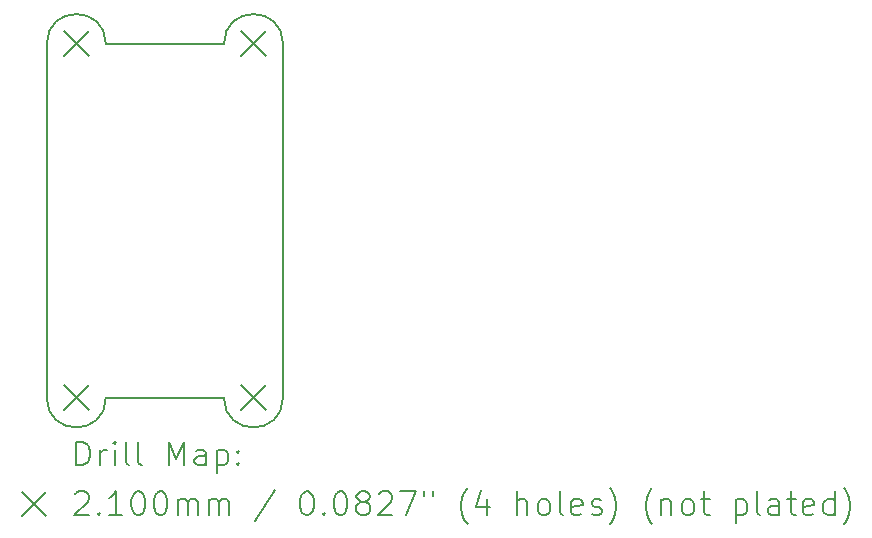
<source format=gbr>
%TF.GenerationSoftware,KiCad,Pcbnew,8.0.0*%
%TF.CreationDate,2024-05-26T00:19:16+03:00*%
%TF.ProjectId,pulsejen,70756c73-656a-4656-9e2e-6b696361645f,rev?*%
%TF.SameCoordinates,Original*%
%TF.FileFunction,Drillmap*%
%TF.FilePolarity,Positive*%
%FSLAX45Y45*%
G04 Gerber Fmt 4.5, Leading zero omitted, Abs format (unit mm)*
G04 Created by KiCad (PCBNEW 8.0.0) date 2024-05-26 00:19:16*
%MOMM*%
%LPD*%
G01*
G04 APERTURE LIST*
%ADD10C,0.200000*%
%ADD11C,0.210000*%
G04 APERTURE END LIST*
D10*
X13500000Y-11000000D02*
G75*
G02*
X13000000Y-11000000I-250000J0D01*
G01*
X15000000Y-11000000D02*
G75*
G02*
X14500000Y-11000000I-250000J0D01*
G01*
X14500000Y-8000000D02*
G75*
G02*
X15000000Y-8000000I250000J0D01*
G01*
X13000000Y-8000000D02*
G75*
G02*
X13500000Y-8000000I250000J0D01*
G01*
X15000000Y-11000000D02*
X15000000Y-8000000D01*
X13000000Y-8000000D02*
X13000000Y-11000000D01*
X14500000Y-8000000D02*
X13500000Y-8000000D01*
X13500000Y-11000000D02*
X14500000Y-11000000D01*
D11*
X13145000Y-7895000D02*
X13355000Y-8105000D01*
X13355000Y-7895000D02*
X13145000Y-8105000D01*
X13145000Y-10895000D02*
X13355000Y-11105000D01*
X13355000Y-10895000D02*
X13145000Y-11105000D01*
X14645000Y-7895000D02*
X14855000Y-8105000D01*
X14855000Y-7895000D02*
X14645000Y-8105000D01*
X14645000Y-10895000D02*
X14855000Y-11105000D01*
X14855000Y-10895000D02*
X14645000Y-11105000D01*
D10*
X13250777Y-11571484D02*
X13250777Y-11371484D01*
X13250777Y-11371484D02*
X13298396Y-11371484D01*
X13298396Y-11371484D02*
X13326967Y-11381008D01*
X13326967Y-11381008D02*
X13346015Y-11400055D01*
X13346015Y-11400055D02*
X13355539Y-11419103D01*
X13355539Y-11419103D02*
X13365062Y-11457198D01*
X13365062Y-11457198D02*
X13365062Y-11485769D01*
X13365062Y-11485769D02*
X13355539Y-11523865D01*
X13355539Y-11523865D02*
X13346015Y-11542912D01*
X13346015Y-11542912D02*
X13326967Y-11561960D01*
X13326967Y-11561960D02*
X13298396Y-11571484D01*
X13298396Y-11571484D02*
X13250777Y-11571484D01*
X13450777Y-11571484D02*
X13450777Y-11438150D01*
X13450777Y-11476246D02*
X13460301Y-11457198D01*
X13460301Y-11457198D02*
X13469824Y-11447674D01*
X13469824Y-11447674D02*
X13488872Y-11438150D01*
X13488872Y-11438150D02*
X13507920Y-11438150D01*
X13574586Y-11571484D02*
X13574586Y-11438150D01*
X13574586Y-11371484D02*
X13565062Y-11381008D01*
X13565062Y-11381008D02*
X13574586Y-11390531D01*
X13574586Y-11390531D02*
X13584110Y-11381008D01*
X13584110Y-11381008D02*
X13574586Y-11371484D01*
X13574586Y-11371484D02*
X13574586Y-11390531D01*
X13698396Y-11571484D02*
X13679348Y-11561960D01*
X13679348Y-11561960D02*
X13669824Y-11542912D01*
X13669824Y-11542912D02*
X13669824Y-11371484D01*
X13803158Y-11571484D02*
X13784110Y-11561960D01*
X13784110Y-11561960D02*
X13774586Y-11542912D01*
X13774586Y-11542912D02*
X13774586Y-11371484D01*
X14031729Y-11571484D02*
X14031729Y-11371484D01*
X14031729Y-11371484D02*
X14098396Y-11514341D01*
X14098396Y-11514341D02*
X14165062Y-11371484D01*
X14165062Y-11371484D02*
X14165062Y-11571484D01*
X14346015Y-11571484D02*
X14346015Y-11466722D01*
X14346015Y-11466722D02*
X14336491Y-11447674D01*
X14336491Y-11447674D02*
X14317443Y-11438150D01*
X14317443Y-11438150D02*
X14279348Y-11438150D01*
X14279348Y-11438150D02*
X14260301Y-11447674D01*
X14346015Y-11561960D02*
X14326967Y-11571484D01*
X14326967Y-11571484D02*
X14279348Y-11571484D01*
X14279348Y-11571484D02*
X14260301Y-11561960D01*
X14260301Y-11561960D02*
X14250777Y-11542912D01*
X14250777Y-11542912D02*
X14250777Y-11523865D01*
X14250777Y-11523865D02*
X14260301Y-11504817D01*
X14260301Y-11504817D02*
X14279348Y-11495293D01*
X14279348Y-11495293D02*
X14326967Y-11495293D01*
X14326967Y-11495293D02*
X14346015Y-11485769D01*
X14441253Y-11438150D02*
X14441253Y-11638150D01*
X14441253Y-11447674D02*
X14460301Y-11438150D01*
X14460301Y-11438150D02*
X14498396Y-11438150D01*
X14498396Y-11438150D02*
X14517443Y-11447674D01*
X14517443Y-11447674D02*
X14526967Y-11457198D01*
X14526967Y-11457198D02*
X14536491Y-11476246D01*
X14536491Y-11476246D02*
X14536491Y-11533388D01*
X14536491Y-11533388D02*
X14526967Y-11552436D01*
X14526967Y-11552436D02*
X14517443Y-11561960D01*
X14517443Y-11561960D02*
X14498396Y-11571484D01*
X14498396Y-11571484D02*
X14460301Y-11571484D01*
X14460301Y-11571484D02*
X14441253Y-11561960D01*
X14622205Y-11552436D02*
X14631729Y-11561960D01*
X14631729Y-11561960D02*
X14622205Y-11571484D01*
X14622205Y-11571484D02*
X14612682Y-11561960D01*
X14612682Y-11561960D02*
X14622205Y-11552436D01*
X14622205Y-11552436D02*
X14622205Y-11571484D01*
X14622205Y-11447674D02*
X14631729Y-11457198D01*
X14631729Y-11457198D02*
X14622205Y-11466722D01*
X14622205Y-11466722D02*
X14612682Y-11457198D01*
X14612682Y-11457198D02*
X14622205Y-11447674D01*
X14622205Y-11447674D02*
X14622205Y-11466722D01*
X12790000Y-11800000D02*
X12990000Y-12000000D01*
X12990000Y-11800000D02*
X12790000Y-12000000D01*
X13241253Y-11810531D02*
X13250777Y-11801008D01*
X13250777Y-11801008D02*
X13269824Y-11791484D01*
X13269824Y-11791484D02*
X13317443Y-11791484D01*
X13317443Y-11791484D02*
X13336491Y-11801008D01*
X13336491Y-11801008D02*
X13346015Y-11810531D01*
X13346015Y-11810531D02*
X13355539Y-11829579D01*
X13355539Y-11829579D02*
X13355539Y-11848627D01*
X13355539Y-11848627D02*
X13346015Y-11877198D01*
X13346015Y-11877198D02*
X13231729Y-11991484D01*
X13231729Y-11991484D02*
X13355539Y-11991484D01*
X13441253Y-11972436D02*
X13450777Y-11981960D01*
X13450777Y-11981960D02*
X13441253Y-11991484D01*
X13441253Y-11991484D02*
X13431729Y-11981960D01*
X13431729Y-11981960D02*
X13441253Y-11972436D01*
X13441253Y-11972436D02*
X13441253Y-11991484D01*
X13641253Y-11991484D02*
X13526967Y-11991484D01*
X13584110Y-11991484D02*
X13584110Y-11791484D01*
X13584110Y-11791484D02*
X13565062Y-11820055D01*
X13565062Y-11820055D02*
X13546015Y-11839103D01*
X13546015Y-11839103D02*
X13526967Y-11848627D01*
X13765062Y-11791484D02*
X13784110Y-11791484D01*
X13784110Y-11791484D02*
X13803158Y-11801008D01*
X13803158Y-11801008D02*
X13812682Y-11810531D01*
X13812682Y-11810531D02*
X13822205Y-11829579D01*
X13822205Y-11829579D02*
X13831729Y-11867674D01*
X13831729Y-11867674D02*
X13831729Y-11915293D01*
X13831729Y-11915293D02*
X13822205Y-11953388D01*
X13822205Y-11953388D02*
X13812682Y-11972436D01*
X13812682Y-11972436D02*
X13803158Y-11981960D01*
X13803158Y-11981960D02*
X13784110Y-11991484D01*
X13784110Y-11991484D02*
X13765062Y-11991484D01*
X13765062Y-11991484D02*
X13746015Y-11981960D01*
X13746015Y-11981960D02*
X13736491Y-11972436D01*
X13736491Y-11972436D02*
X13726967Y-11953388D01*
X13726967Y-11953388D02*
X13717443Y-11915293D01*
X13717443Y-11915293D02*
X13717443Y-11867674D01*
X13717443Y-11867674D02*
X13726967Y-11829579D01*
X13726967Y-11829579D02*
X13736491Y-11810531D01*
X13736491Y-11810531D02*
X13746015Y-11801008D01*
X13746015Y-11801008D02*
X13765062Y-11791484D01*
X13955539Y-11791484D02*
X13974586Y-11791484D01*
X13974586Y-11791484D02*
X13993634Y-11801008D01*
X13993634Y-11801008D02*
X14003158Y-11810531D01*
X14003158Y-11810531D02*
X14012682Y-11829579D01*
X14012682Y-11829579D02*
X14022205Y-11867674D01*
X14022205Y-11867674D02*
X14022205Y-11915293D01*
X14022205Y-11915293D02*
X14012682Y-11953388D01*
X14012682Y-11953388D02*
X14003158Y-11972436D01*
X14003158Y-11972436D02*
X13993634Y-11981960D01*
X13993634Y-11981960D02*
X13974586Y-11991484D01*
X13974586Y-11991484D02*
X13955539Y-11991484D01*
X13955539Y-11991484D02*
X13936491Y-11981960D01*
X13936491Y-11981960D02*
X13926967Y-11972436D01*
X13926967Y-11972436D02*
X13917443Y-11953388D01*
X13917443Y-11953388D02*
X13907920Y-11915293D01*
X13907920Y-11915293D02*
X13907920Y-11867674D01*
X13907920Y-11867674D02*
X13917443Y-11829579D01*
X13917443Y-11829579D02*
X13926967Y-11810531D01*
X13926967Y-11810531D02*
X13936491Y-11801008D01*
X13936491Y-11801008D02*
X13955539Y-11791484D01*
X14107920Y-11991484D02*
X14107920Y-11858150D01*
X14107920Y-11877198D02*
X14117443Y-11867674D01*
X14117443Y-11867674D02*
X14136491Y-11858150D01*
X14136491Y-11858150D02*
X14165063Y-11858150D01*
X14165063Y-11858150D02*
X14184110Y-11867674D01*
X14184110Y-11867674D02*
X14193634Y-11886722D01*
X14193634Y-11886722D02*
X14193634Y-11991484D01*
X14193634Y-11886722D02*
X14203158Y-11867674D01*
X14203158Y-11867674D02*
X14222205Y-11858150D01*
X14222205Y-11858150D02*
X14250777Y-11858150D01*
X14250777Y-11858150D02*
X14269824Y-11867674D01*
X14269824Y-11867674D02*
X14279348Y-11886722D01*
X14279348Y-11886722D02*
X14279348Y-11991484D01*
X14374586Y-11991484D02*
X14374586Y-11858150D01*
X14374586Y-11877198D02*
X14384110Y-11867674D01*
X14384110Y-11867674D02*
X14403158Y-11858150D01*
X14403158Y-11858150D02*
X14431729Y-11858150D01*
X14431729Y-11858150D02*
X14450777Y-11867674D01*
X14450777Y-11867674D02*
X14460301Y-11886722D01*
X14460301Y-11886722D02*
X14460301Y-11991484D01*
X14460301Y-11886722D02*
X14469824Y-11867674D01*
X14469824Y-11867674D02*
X14488872Y-11858150D01*
X14488872Y-11858150D02*
X14517443Y-11858150D01*
X14517443Y-11858150D02*
X14536491Y-11867674D01*
X14536491Y-11867674D02*
X14546015Y-11886722D01*
X14546015Y-11886722D02*
X14546015Y-11991484D01*
X14936491Y-11781960D02*
X14765063Y-12039103D01*
X15193634Y-11791484D02*
X15212682Y-11791484D01*
X15212682Y-11791484D02*
X15231729Y-11801008D01*
X15231729Y-11801008D02*
X15241253Y-11810531D01*
X15241253Y-11810531D02*
X15250777Y-11829579D01*
X15250777Y-11829579D02*
X15260301Y-11867674D01*
X15260301Y-11867674D02*
X15260301Y-11915293D01*
X15260301Y-11915293D02*
X15250777Y-11953388D01*
X15250777Y-11953388D02*
X15241253Y-11972436D01*
X15241253Y-11972436D02*
X15231729Y-11981960D01*
X15231729Y-11981960D02*
X15212682Y-11991484D01*
X15212682Y-11991484D02*
X15193634Y-11991484D01*
X15193634Y-11991484D02*
X15174586Y-11981960D01*
X15174586Y-11981960D02*
X15165063Y-11972436D01*
X15165063Y-11972436D02*
X15155539Y-11953388D01*
X15155539Y-11953388D02*
X15146015Y-11915293D01*
X15146015Y-11915293D02*
X15146015Y-11867674D01*
X15146015Y-11867674D02*
X15155539Y-11829579D01*
X15155539Y-11829579D02*
X15165063Y-11810531D01*
X15165063Y-11810531D02*
X15174586Y-11801008D01*
X15174586Y-11801008D02*
X15193634Y-11791484D01*
X15346015Y-11972436D02*
X15355539Y-11981960D01*
X15355539Y-11981960D02*
X15346015Y-11991484D01*
X15346015Y-11991484D02*
X15336491Y-11981960D01*
X15336491Y-11981960D02*
X15346015Y-11972436D01*
X15346015Y-11972436D02*
X15346015Y-11991484D01*
X15479348Y-11791484D02*
X15498396Y-11791484D01*
X15498396Y-11791484D02*
X15517444Y-11801008D01*
X15517444Y-11801008D02*
X15526967Y-11810531D01*
X15526967Y-11810531D02*
X15536491Y-11829579D01*
X15536491Y-11829579D02*
X15546015Y-11867674D01*
X15546015Y-11867674D02*
X15546015Y-11915293D01*
X15546015Y-11915293D02*
X15536491Y-11953388D01*
X15536491Y-11953388D02*
X15526967Y-11972436D01*
X15526967Y-11972436D02*
X15517444Y-11981960D01*
X15517444Y-11981960D02*
X15498396Y-11991484D01*
X15498396Y-11991484D02*
X15479348Y-11991484D01*
X15479348Y-11991484D02*
X15460301Y-11981960D01*
X15460301Y-11981960D02*
X15450777Y-11972436D01*
X15450777Y-11972436D02*
X15441253Y-11953388D01*
X15441253Y-11953388D02*
X15431729Y-11915293D01*
X15431729Y-11915293D02*
X15431729Y-11867674D01*
X15431729Y-11867674D02*
X15441253Y-11829579D01*
X15441253Y-11829579D02*
X15450777Y-11810531D01*
X15450777Y-11810531D02*
X15460301Y-11801008D01*
X15460301Y-11801008D02*
X15479348Y-11791484D01*
X15660301Y-11877198D02*
X15641253Y-11867674D01*
X15641253Y-11867674D02*
X15631729Y-11858150D01*
X15631729Y-11858150D02*
X15622206Y-11839103D01*
X15622206Y-11839103D02*
X15622206Y-11829579D01*
X15622206Y-11829579D02*
X15631729Y-11810531D01*
X15631729Y-11810531D02*
X15641253Y-11801008D01*
X15641253Y-11801008D02*
X15660301Y-11791484D01*
X15660301Y-11791484D02*
X15698396Y-11791484D01*
X15698396Y-11791484D02*
X15717444Y-11801008D01*
X15717444Y-11801008D02*
X15726967Y-11810531D01*
X15726967Y-11810531D02*
X15736491Y-11829579D01*
X15736491Y-11829579D02*
X15736491Y-11839103D01*
X15736491Y-11839103D02*
X15726967Y-11858150D01*
X15726967Y-11858150D02*
X15717444Y-11867674D01*
X15717444Y-11867674D02*
X15698396Y-11877198D01*
X15698396Y-11877198D02*
X15660301Y-11877198D01*
X15660301Y-11877198D02*
X15641253Y-11886722D01*
X15641253Y-11886722D02*
X15631729Y-11896246D01*
X15631729Y-11896246D02*
X15622206Y-11915293D01*
X15622206Y-11915293D02*
X15622206Y-11953388D01*
X15622206Y-11953388D02*
X15631729Y-11972436D01*
X15631729Y-11972436D02*
X15641253Y-11981960D01*
X15641253Y-11981960D02*
X15660301Y-11991484D01*
X15660301Y-11991484D02*
X15698396Y-11991484D01*
X15698396Y-11991484D02*
X15717444Y-11981960D01*
X15717444Y-11981960D02*
X15726967Y-11972436D01*
X15726967Y-11972436D02*
X15736491Y-11953388D01*
X15736491Y-11953388D02*
X15736491Y-11915293D01*
X15736491Y-11915293D02*
X15726967Y-11896246D01*
X15726967Y-11896246D02*
X15717444Y-11886722D01*
X15717444Y-11886722D02*
X15698396Y-11877198D01*
X15812682Y-11810531D02*
X15822206Y-11801008D01*
X15822206Y-11801008D02*
X15841253Y-11791484D01*
X15841253Y-11791484D02*
X15888872Y-11791484D01*
X15888872Y-11791484D02*
X15907920Y-11801008D01*
X15907920Y-11801008D02*
X15917444Y-11810531D01*
X15917444Y-11810531D02*
X15926967Y-11829579D01*
X15926967Y-11829579D02*
X15926967Y-11848627D01*
X15926967Y-11848627D02*
X15917444Y-11877198D01*
X15917444Y-11877198D02*
X15803158Y-11991484D01*
X15803158Y-11991484D02*
X15926967Y-11991484D01*
X15993634Y-11791484D02*
X16126967Y-11791484D01*
X16126967Y-11791484D02*
X16041253Y-11991484D01*
X16193634Y-11791484D02*
X16193634Y-11829579D01*
X16269825Y-11791484D02*
X16269825Y-11829579D01*
X16565063Y-12067674D02*
X16555539Y-12058150D01*
X16555539Y-12058150D02*
X16536491Y-12029579D01*
X16536491Y-12029579D02*
X16526968Y-12010531D01*
X16526968Y-12010531D02*
X16517444Y-11981960D01*
X16517444Y-11981960D02*
X16507920Y-11934341D01*
X16507920Y-11934341D02*
X16507920Y-11896246D01*
X16507920Y-11896246D02*
X16517444Y-11848627D01*
X16517444Y-11848627D02*
X16526968Y-11820055D01*
X16526968Y-11820055D02*
X16536491Y-11801008D01*
X16536491Y-11801008D02*
X16555539Y-11772436D01*
X16555539Y-11772436D02*
X16565063Y-11762912D01*
X16726968Y-11858150D02*
X16726968Y-11991484D01*
X16679348Y-11781960D02*
X16631729Y-11924817D01*
X16631729Y-11924817D02*
X16755539Y-11924817D01*
X16984111Y-11991484D02*
X16984111Y-11791484D01*
X17069825Y-11991484D02*
X17069825Y-11886722D01*
X17069825Y-11886722D02*
X17060301Y-11867674D01*
X17060301Y-11867674D02*
X17041253Y-11858150D01*
X17041253Y-11858150D02*
X17012682Y-11858150D01*
X17012682Y-11858150D02*
X16993634Y-11867674D01*
X16993634Y-11867674D02*
X16984111Y-11877198D01*
X17193634Y-11991484D02*
X17174587Y-11981960D01*
X17174587Y-11981960D02*
X17165063Y-11972436D01*
X17165063Y-11972436D02*
X17155539Y-11953388D01*
X17155539Y-11953388D02*
X17155539Y-11896246D01*
X17155539Y-11896246D02*
X17165063Y-11877198D01*
X17165063Y-11877198D02*
X17174587Y-11867674D01*
X17174587Y-11867674D02*
X17193634Y-11858150D01*
X17193634Y-11858150D02*
X17222206Y-11858150D01*
X17222206Y-11858150D02*
X17241253Y-11867674D01*
X17241253Y-11867674D02*
X17250777Y-11877198D01*
X17250777Y-11877198D02*
X17260301Y-11896246D01*
X17260301Y-11896246D02*
X17260301Y-11953388D01*
X17260301Y-11953388D02*
X17250777Y-11972436D01*
X17250777Y-11972436D02*
X17241253Y-11981960D01*
X17241253Y-11981960D02*
X17222206Y-11991484D01*
X17222206Y-11991484D02*
X17193634Y-11991484D01*
X17374587Y-11991484D02*
X17355539Y-11981960D01*
X17355539Y-11981960D02*
X17346015Y-11962912D01*
X17346015Y-11962912D02*
X17346015Y-11791484D01*
X17526968Y-11981960D02*
X17507920Y-11991484D01*
X17507920Y-11991484D02*
X17469825Y-11991484D01*
X17469825Y-11991484D02*
X17450777Y-11981960D01*
X17450777Y-11981960D02*
X17441253Y-11962912D01*
X17441253Y-11962912D02*
X17441253Y-11886722D01*
X17441253Y-11886722D02*
X17450777Y-11867674D01*
X17450777Y-11867674D02*
X17469825Y-11858150D01*
X17469825Y-11858150D02*
X17507920Y-11858150D01*
X17507920Y-11858150D02*
X17526968Y-11867674D01*
X17526968Y-11867674D02*
X17536492Y-11886722D01*
X17536492Y-11886722D02*
X17536492Y-11905769D01*
X17536492Y-11905769D02*
X17441253Y-11924817D01*
X17612682Y-11981960D02*
X17631730Y-11991484D01*
X17631730Y-11991484D02*
X17669825Y-11991484D01*
X17669825Y-11991484D02*
X17688873Y-11981960D01*
X17688873Y-11981960D02*
X17698396Y-11962912D01*
X17698396Y-11962912D02*
X17698396Y-11953388D01*
X17698396Y-11953388D02*
X17688873Y-11934341D01*
X17688873Y-11934341D02*
X17669825Y-11924817D01*
X17669825Y-11924817D02*
X17641253Y-11924817D01*
X17641253Y-11924817D02*
X17622206Y-11915293D01*
X17622206Y-11915293D02*
X17612682Y-11896246D01*
X17612682Y-11896246D02*
X17612682Y-11886722D01*
X17612682Y-11886722D02*
X17622206Y-11867674D01*
X17622206Y-11867674D02*
X17641253Y-11858150D01*
X17641253Y-11858150D02*
X17669825Y-11858150D01*
X17669825Y-11858150D02*
X17688873Y-11867674D01*
X17765063Y-12067674D02*
X17774587Y-12058150D01*
X17774587Y-12058150D02*
X17793634Y-12029579D01*
X17793634Y-12029579D02*
X17803158Y-12010531D01*
X17803158Y-12010531D02*
X17812682Y-11981960D01*
X17812682Y-11981960D02*
X17822206Y-11934341D01*
X17822206Y-11934341D02*
X17822206Y-11896246D01*
X17822206Y-11896246D02*
X17812682Y-11848627D01*
X17812682Y-11848627D02*
X17803158Y-11820055D01*
X17803158Y-11820055D02*
X17793634Y-11801008D01*
X17793634Y-11801008D02*
X17774587Y-11772436D01*
X17774587Y-11772436D02*
X17765063Y-11762912D01*
X18126968Y-12067674D02*
X18117444Y-12058150D01*
X18117444Y-12058150D02*
X18098396Y-12029579D01*
X18098396Y-12029579D02*
X18088873Y-12010531D01*
X18088873Y-12010531D02*
X18079349Y-11981960D01*
X18079349Y-11981960D02*
X18069825Y-11934341D01*
X18069825Y-11934341D02*
X18069825Y-11896246D01*
X18069825Y-11896246D02*
X18079349Y-11848627D01*
X18079349Y-11848627D02*
X18088873Y-11820055D01*
X18088873Y-11820055D02*
X18098396Y-11801008D01*
X18098396Y-11801008D02*
X18117444Y-11772436D01*
X18117444Y-11772436D02*
X18126968Y-11762912D01*
X18203158Y-11858150D02*
X18203158Y-11991484D01*
X18203158Y-11877198D02*
X18212682Y-11867674D01*
X18212682Y-11867674D02*
X18231730Y-11858150D01*
X18231730Y-11858150D02*
X18260301Y-11858150D01*
X18260301Y-11858150D02*
X18279349Y-11867674D01*
X18279349Y-11867674D02*
X18288873Y-11886722D01*
X18288873Y-11886722D02*
X18288873Y-11991484D01*
X18412682Y-11991484D02*
X18393634Y-11981960D01*
X18393634Y-11981960D02*
X18384111Y-11972436D01*
X18384111Y-11972436D02*
X18374587Y-11953388D01*
X18374587Y-11953388D02*
X18374587Y-11896246D01*
X18374587Y-11896246D02*
X18384111Y-11877198D01*
X18384111Y-11877198D02*
X18393634Y-11867674D01*
X18393634Y-11867674D02*
X18412682Y-11858150D01*
X18412682Y-11858150D02*
X18441254Y-11858150D01*
X18441254Y-11858150D02*
X18460301Y-11867674D01*
X18460301Y-11867674D02*
X18469825Y-11877198D01*
X18469825Y-11877198D02*
X18479349Y-11896246D01*
X18479349Y-11896246D02*
X18479349Y-11953388D01*
X18479349Y-11953388D02*
X18469825Y-11972436D01*
X18469825Y-11972436D02*
X18460301Y-11981960D01*
X18460301Y-11981960D02*
X18441254Y-11991484D01*
X18441254Y-11991484D02*
X18412682Y-11991484D01*
X18536492Y-11858150D02*
X18612682Y-11858150D01*
X18565063Y-11791484D02*
X18565063Y-11962912D01*
X18565063Y-11962912D02*
X18574587Y-11981960D01*
X18574587Y-11981960D02*
X18593634Y-11991484D01*
X18593634Y-11991484D02*
X18612682Y-11991484D01*
X18831730Y-11858150D02*
X18831730Y-12058150D01*
X18831730Y-11867674D02*
X18850777Y-11858150D01*
X18850777Y-11858150D02*
X18888873Y-11858150D01*
X18888873Y-11858150D02*
X18907920Y-11867674D01*
X18907920Y-11867674D02*
X18917444Y-11877198D01*
X18917444Y-11877198D02*
X18926968Y-11896246D01*
X18926968Y-11896246D02*
X18926968Y-11953388D01*
X18926968Y-11953388D02*
X18917444Y-11972436D01*
X18917444Y-11972436D02*
X18907920Y-11981960D01*
X18907920Y-11981960D02*
X18888873Y-11991484D01*
X18888873Y-11991484D02*
X18850777Y-11991484D01*
X18850777Y-11991484D02*
X18831730Y-11981960D01*
X19041254Y-11991484D02*
X19022206Y-11981960D01*
X19022206Y-11981960D02*
X19012682Y-11962912D01*
X19012682Y-11962912D02*
X19012682Y-11791484D01*
X19203158Y-11991484D02*
X19203158Y-11886722D01*
X19203158Y-11886722D02*
X19193635Y-11867674D01*
X19193635Y-11867674D02*
X19174587Y-11858150D01*
X19174587Y-11858150D02*
X19136492Y-11858150D01*
X19136492Y-11858150D02*
X19117444Y-11867674D01*
X19203158Y-11981960D02*
X19184111Y-11991484D01*
X19184111Y-11991484D02*
X19136492Y-11991484D01*
X19136492Y-11991484D02*
X19117444Y-11981960D01*
X19117444Y-11981960D02*
X19107920Y-11962912D01*
X19107920Y-11962912D02*
X19107920Y-11943865D01*
X19107920Y-11943865D02*
X19117444Y-11924817D01*
X19117444Y-11924817D02*
X19136492Y-11915293D01*
X19136492Y-11915293D02*
X19184111Y-11915293D01*
X19184111Y-11915293D02*
X19203158Y-11905769D01*
X19269825Y-11858150D02*
X19346015Y-11858150D01*
X19298396Y-11791484D02*
X19298396Y-11962912D01*
X19298396Y-11962912D02*
X19307920Y-11981960D01*
X19307920Y-11981960D02*
X19326968Y-11991484D01*
X19326968Y-11991484D02*
X19346015Y-11991484D01*
X19488873Y-11981960D02*
X19469825Y-11991484D01*
X19469825Y-11991484D02*
X19431730Y-11991484D01*
X19431730Y-11991484D02*
X19412682Y-11981960D01*
X19412682Y-11981960D02*
X19403158Y-11962912D01*
X19403158Y-11962912D02*
X19403158Y-11886722D01*
X19403158Y-11886722D02*
X19412682Y-11867674D01*
X19412682Y-11867674D02*
X19431730Y-11858150D01*
X19431730Y-11858150D02*
X19469825Y-11858150D01*
X19469825Y-11858150D02*
X19488873Y-11867674D01*
X19488873Y-11867674D02*
X19498396Y-11886722D01*
X19498396Y-11886722D02*
X19498396Y-11905769D01*
X19498396Y-11905769D02*
X19403158Y-11924817D01*
X19669825Y-11991484D02*
X19669825Y-11791484D01*
X19669825Y-11981960D02*
X19650777Y-11991484D01*
X19650777Y-11991484D02*
X19612682Y-11991484D01*
X19612682Y-11991484D02*
X19593635Y-11981960D01*
X19593635Y-11981960D02*
X19584111Y-11972436D01*
X19584111Y-11972436D02*
X19574587Y-11953388D01*
X19574587Y-11953388D02*
X19574587Y-11896246D01*
X19574587Y-11896246D02*
X19584111Y-11877198D01*
X19584111Y-11877198D02*
X19593635Y-11867674D01*
X19593635Y-11867674D02*
X19612682Y-11858150D01*
X19612682Y-11858150D02*
X19650777Y-11858150D01*
X19650777Y-11858150D02*
X19669825Y-11867674D01*
X19746016Y-12067674D02*
X19755539Y-12058150D01*
X19755539Y-12058150D02*
X19774587Y-12029579D01*
X19774587Y-12029579D02*
X19784111Y-12010531D01*
X19784111Y-12010531D02*
X19793635Y-11981960D01*
X19793635Y-11981960D02*
X19803158Y-11934341D01*
X19803158Y-11934341D02*
X19803158Y-11896246D01*
X19803158Y-11896246D02*
X19793635Y-11848627D01*
X19793635Y-11848627D02*
X19784111Y-11820055D01*
X19784111Y-11820055D02*
X19774587Y-11801008D01*
X19774587Y-11801008D02*
X19755539Y-11772436D01*
X19755539Y-11772436D02*
X19746016Y-11762912D01*
M02*

</source>
